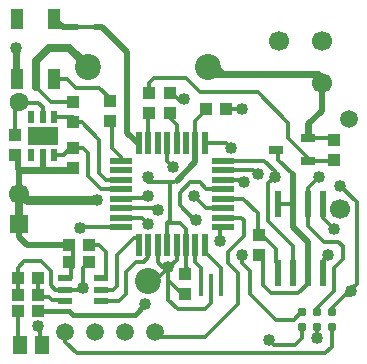
<source format=gtl>
G04 DipTrace 3.0.0.1*
G04 Limbus-modelD-rev02.GTL*
%MOMM*%
G04 #@! TF.FileFunction,Copper,L1,Top*
G04 #@! TF.Part,Single*
%AMOUTLINE0*
4,1,4,
-0.20031,0.89993,
0.19969,0.90007,
0.20031,-0.89993,
-0.19969,-0.90007,
-0.20031,0.89993,
0*%
G04 #@! TA.AperFunction,Conductor*
%ADD13C,0.33*%
%ADD14C,0.5*%
%ADD15C,0.7*%
%ADD16C,0.4*%
%ADD17C,0.6*%
%ADD18C,0.8*%
G04 #@! TA.AperFunction,ComponentPad*
%ADD21R,1.6X1.6*%
%ADD22C,1.7*%
%ADD23C,2.2*%
%ADD24R,1.0X1.1*%
%ADD26R,1.1X1.0*%
%ADD27R,1.3X1.5*%
%ADD28C,0.7874*%
G04 #@! TA.AperFunction,ComponentPad*
%ADD29C,1.5*%
%ADD30C,1.6*%
%ADD32R,1.25X0.65*%
%ADD35R,0.5X1.9*%
%ADD36R,1.9X0.5*%
%ADD38R,0.5X1.0*%
%ADD39R,2.5X1.6*%
%ADD42R,0.6X2.2*%
%ADD44R,1.3X0.6*%
%ADD45R,1.0X1.7*%
G04 #@! TA.AperFunction,ViaPad*
%ADD46C,1.016*%
%ADD93OUTLINE0*%
%FSLAX35Y35*%
G04*
G71*
G90*
G75*
G01*
G04 Top*
%LPD*%
X2254750Y2860127D2*
D13*
Y3109750D1*
X2260000Y3115000D1*
X2174750Y2860127D2*
D14*
X2164873D1*
X2075000Y2950000D1*
Y3630000D1*
X1865000Y3840000D1*
X1804940D1*
D13*
X1648590D1*
D14*
X1535000D1*
X1460000Y3915000D1*
X2024750Y2710127D2*
D13*
Y2742500D1*
X1945000Y2822250D1*
Y3045000D1*
X1930000D1*
X2024750Y2550127D2*
X1894623D1*
X1841373Y2603377D1*
Y2888627D1*
X1693363Y3036637D1*
X1619140D1*
X1460373Y3079624D2*
X1619140D1*
Y3036637D1*
Y2820953D2*
Y2809720D1*
X1587387D1*
X1539757Y2762090D1*
X1460373D1*
Y2757874D1*
X1619140Y2820953D2*
X1699047D1*
X1746123Y2773877D1*
Y2583877D1*
X1855000Y2475000D1*
X2019877D1*
X2024750Y2470127D1*
Y2150127D2*
X1685127D1*
X1675000Y2140000D1*
X1851753Y1620000D2*
X1960000D1*
X1990000Y1650000D1*
Y1915000D1*
X2130000Y2055000D1*
X2174750D1*
Y2000127D1*
X2254750D2*
Y1894750D1*
X2215000Y1855000D1*
X2155000D1*
X2065000Y1765000D1*
Y1585000D1*
X2005000Y1525000D1*
X1851753D1*
X2865000Y2030000D2*
Y2150127D1*
X2884750D1*
Y2230127D2*
X3039873D1*
X3065000Y2205000D1*
Y2075000D1*
X2930000Y1940000D1*
Y1845000D1*
X3015000Y1760000D1*
Y1500000D1*
X2735000Y1220000D1*
X2360000D1*
X2315000Y1265000D1*
X2884750Y2310127D2*
X2744873D1*
X2645000Y2410000D1*
X2884750Y2390127D2*
X3059873D1*
X3180000Y2270000D1*
Y2050000D1*
X3215000Y2085000D1*
X3340000Y1960000D1*
Y1851210D1*
X3349747Y1841463D1*
Y1762080D1*
X3195000Y2080000D2*
X3180000Y2050000D1*
X2884750Y2470127D2*
Y2475000D1*
X2745000D1*
X2690000Y2530000D1*
X2610000D1*
X2520000Y2440000D1*
Y2335000D1*
X2645000Y2210000D1*
X2660000D1*
X1325000Y1440000D2*
D16*
Y1435000D1*
X1585000D1*
X1615000Y1405000D1*
X2140000D1*
X2230000Y1495000D1*
X2024750Y2310127D2*
D13*
X2317013D1*
X2333740Y2293400D1*
X3065000Y2530000D2*
Y2550127D1*
X2884750D1*
X3180000Y2595000D2*
X3144873Y2630127D1*
X2884750D1*
X3730747Y2342080D2*
Y2229253D1*
X3825000Y2135000D1*
X3683170Y1301670D2*
Y1211830D1*
X3685000Y1210000D1*
X2884750Y2710127D2*
X3234873D1*
X3325000Y2620000D1*
Y2575000D1*
X3270363Y2520363D1*
Y2199637D1*
X3476760Y1993240D1*
Y1762093D1*
X3476747Y1762080D1*
X3810170Y1428670D2*
Y1460423D1*
X3921307Y1571560D1*
X4020000Y1670253D1*
Y2361960D1*
X3881960Y2500000D1*
X3880000D1*
X3970000Y1610000D2*
Y1571560D1*
X3921307D1*
X2734750Y2860127D2*
X2914873D1*
X2955000Y2820000D1*
X3603747Y2342080D2*
Y2478747D1*
X3700000Y2575000D1*
X3683170Y1428670D2*
Y1460437D1*
X3830000Y1607267D1*
Y1805000D1*
X3900000Y1875000D1*
Y1985000D1*
X3860000Y2025000D1*
X3740000D1*
X3603747Y2161253D1*
Y2342080D1*
X2024750Y2230127D2*
X2198777D1*
X2254133Y2174770D1*
X1150000Y1575000D2*
Y1715000D1*
Y1805000D1*
X1205000Y1860000D1*
X1350000D1*
X1430000Y1780000D1*
Y1655000D1*
X1465000Y1620000D1*
X1550000D1*
X2465000Y2660000D2*
X2414750Y2710250D1*
Y2860127D1*
X3730747Y1762080D2*
Y1865747D1*
X3780000Y1915000D1*
X1705000Y1635000D2*
Y1620000D1*
X1550000D1*
X1135000Y3665000D2*
D17*
Y3410000D1*
X1140000Y3405000D1*
X1127000Y2932123D2*
D13*
Y3155803D1*
X1158750Y3187553D1*
X1173093Y3201897D1*
X1322227D1*
X1360373Y3163750D1*
Y3079627D1*
X1705000Y1635000D2*
Y1805000D1*
X1755000Y1855000D1*
X2494750Y2000127D2*
Y1874750D1*
X2427500Y1807500D1*
X2350000Y1730000D1*
X2285300D1*
X2249300Y1694000D1*
X3556170Y1301670D2*
Y1211170D1*
X3500000Y1155000D1*
X3320000D1*
X3280000Y1195000D1*
X1158750Y3206627D2*
Y3187553D1*
X2425000Y1810000D2*
X2427500Y1807500D1*
X2565000Y1585000D2*
X2540000D1*
X2425000Y1700000D1*
Y1810000D1*
X2334750Y2000127D2*
Y1855250D1*
X2375000Y1815000D1*
X2420000D1*
X2425000Y1810000D1*
X2787500Y1660386D2*
Y1507500D1*
X2735000Y1455000D1*
X2505000D1*
X2425000Y1535000D1*
Y1700000D1*
X3050000Y3145000D2*
X2915000D1*
X2435000Y3285000D2*
X2455000D1*
X2520000Y3220000D1*
X2560000D1*
Y3230000D1*
X1355000Y1155000D2*
X1340000D1*
Y1295000D1*
X1325000Y1310000D1*
X2435000Y3115000D2*
Y3070000D1*
X2494750Y3010250D1*
Y2860127D1*
X2654750Y2000127D2*
Y1855247D1*
X2705000Y1804997D1*
Y1660357D1*
X2734750Y2000127D2*
Y1940250D1*
X2870000Y1805000D1*
Y1660414D1*
X1155000Y1440000D2*
Y1165000D1*
X1165000Y1155000D1*
X1755000Y1995000D2*
X1835000D1*
X1895000Y1935000D1*
Y1715000D1*
X1851753D1*
X3610000Y2710000D2*
X3820000D1*
X3830000Y2720000D1*
X2260000Y3285000D2*
Y3370000D1*
X2300000Y3410000D1*
X2575000D1*
X2695000Y3290000D1*
X3180000D1*
X3440000Y3030000D1*
Y2900000D1*
X3630000Y2710000D1*
X3610000D1*
X1930000Y3215000D2*
Y3240000D1*
X1840000Y3330000D1*
X1638937D1*
X1563937Y3405000D1*
X1460000D1*
X1320000Y1715000D2*
Y1575000D1*
X1550000Y1525000D2*
Y1530000D1*
X1440000D1*
X1415000Y1555000D1*
X1340000D1*
X1320000Y1575000D1*
X2248740Y2413403D2*
X2252727D1*
X2269130Y2397000D1*
X2031623D1*
X2024750Y2390127D1*
X3556170Y1428670D2*
X3548670D1*
X3485163Y1365163D1*
X3334837D1*
X3120000Y1580000D1*
Y1775000D1*
X3050000Y1845000D1*
Y1895000D1*
X3030000D1*
X3050000Y1915000D1*
X2255000Y2570000D2*
Y2535000D1*
X2461553D1*
X2498153Y2543153D1*
D14*
X2654750Y2699750D1*
Y2860127D1*
X1619140Y2650953D2*
D13*
Y2635077D1*
D17*
X1360373D1*
D14*
Y2757874D1*
X1127000Y2762123D2*
D16*
X1115000D1*
X2565000Y1755000D2*
D13*
X2590000D1*
Y1795000D1*
X2574750Y1810250D1*
Y2000127D1*
X1550000Y1715000D2*
X1600000D1*
Y1810000D1*
X1615000D1*
Y1995000D1*
X1585000D1*
X1158763Y2428873D2*
Y2411923D1*
Y2174873D2*
D15*
Y2428873D1*
X2757300Y3504100D2*
D17*
Y3445000D1*
X3695000D1*
X3725000Y3415000D1*
Y3365000D1*
X3610000Y2900000D2*
Y3020000D1*
D14*
X3725000Y3135000D1*
Y3365000D1*
X2757300Y3504100D2*
D13*
X2845900D1*
X2905000Y3445000D1*
X1741300Y3504100D2*
Y3513417D1*
D15*
X1587437Y3667280D1*
X1412793D1*
X1301623Y3556110D1*
Y3333627D1*
D13*
X1428623Y3206627D1*
X1603247D1*
X1619140Y3190733D1*
Y3206637D1*
X1550000Y1265000D2*
Y1180000D1*
X1650000Y1080000D1*
X3755000D1*
X3810170Y1135170D1*
Y1301670D1*
X1585000Y1855000D2*
X1600000D1*
Y1810000D1*
X2654750Y2860127D2*
X2651000D1*
Y3046000D1*
X2745000Y3140000D1*
Y3145000D1*
X2414750Y2000127D2*
Y2179750D1*
X2440000Y2205000D1*
Y2535000D1*
X2255000D1*
X2574750Y2000127D2*
Y2135500D1*
X2525250Y2185000D1*
X2414750D1*
Y2179750D1*
X1820000Y2375000D2*
D18*
X1230000D1*
X1176127Y2428873D1*
X1158763D1*
Y2174873D2*
D14*
Y2061237D1*
X1225000Y1995000D1*
X1585000D1*
X1158763Y2428873D2*
Y2635077D1*
D17*
X1360373D1*
X1158763D2*
D14*
Y2640080D1*
X1150000D1*
Y2739123D1*
X1127000Y2762123D1*
X3610000Y2900000D2*
D13*
X3820000D1*
X3830000Y2890000D1*
X3349747Y2342080D2*
X3476747D1*
D14*
Y2598253D1*
D13*
X3355000Y2720000D1*
Y2790000D1*
X3340000Y2805000D1*
X3603747Y1762080D2*
D14*
Y2021253D1*
X3476747Y2148253D1*
Y2342080D1*
X3195000Y1910000D2*
D13*
X3225000D1*
Y1655000D1*
X3292563Y1587437D1*
X3524390D1*
X3603747Y1666793D1*
Y1762080D1*
D46*
X3825000Y2135000D3*
X2425000Y1810000D3*
X3180000Y2595000D3*
X1675000Y2140000D3*
X2333740Y2293400D3*
X2254133Y2174770D3*
X3325000Y2575000D3*
X2248740Y2413403D3*
X2865000Y2030000D3*
X2645000Y2410000D3*
X3280000Y1195000D3*
X1705000Y1635000D3*
X1135000Y3665000D3*
X2955000Y2820000D3*
X3970000Y1610000D3*
X3780000Y1915000D3*
X3065000Y2530000D3*
X3700000Y2575000D3*
X2465000Y2660000D3*
X2255000Y2570000D3*
X3050000Y3145000D3*
X1820000Y2375000D3*
X1325000Y1310000D3*
X2560000Y3230000D3*
X2660000Y2210000D3*
X2230000Y1495000D3*
X3685000Y1210000D3*
X3050000Y1915000D3*
X3880000Y2500000D3*
D21*
X1158763Y2174873D3*
D22*
X3880543Y2301873D3*
X1158763Y2428873D3*
D23*
X2757300Y3504100D3*
X1741300D3*
X2249300Y1694000D3*
D24*
X2565000Y1755000D3*
Y1585000D3*
X2435000Y3285000D3*
Y3115000D3*
X1127000Y2762123D3*
Y2932123D3*
D26*
X1585000Y1855000D3*
X1755000D3*
X2915000Y3145000D3*
X2745000D3*
D27*
X1355000Y1155000D3*
X1165000D3*
D28*
X3810170Y1428670D3*
Y1301670D3*
X3683170Y1428670D3*
Y1301670D3*
X3556170Y1428670D3*
Y1301670D3*
D29*
X2060000Y1265000D3*
X1550000D3*
X1805000D3*
X2315000D3*
D30*
X1158750Y3206627D3*
D29*
X3952750Y3063750D3*
D32*
X3610000Y2710000D3*
Y2900000D3*
X3340000Y2805000D3*
D24*
X1619140Y2650953D3*
Y2820953D3*
Y3206637D3*
Y3036637D3*
D26*
X1755000Y1995000D3*
X1585000D3*
D24*
X2260000Y3285000D3*
Y3115000D3*
X3195000Y2080000D3*
Y1910000D3*
D26*
X1325000Y1440000D3*
X1155000D3*
D24*
X1930000Y3215000D3*
Y3045000D3*
X3830000Y2720000D3*
Y2890000D3*
D26*
X1150000Y1575000D3*
X1320000D3*
X1150000Y1715000D3*
X1320000D3*
D35*
X2174750Y2000127D3*
X2254750D3*
X2334750D3*
X2414750D3*
X2494750D3*
X2574750D3*
X2654750D3*
X2734750D3*
D36*
X2884750Y2150127D3*
Y2230127D3*
Y2310127D3*
Y2390127D3*
Y2470127D3*
Y2550127D3*
Y2630127D3*
Y2710127D3*
D35*
X2734750Y2860127D3*
X2654750D3*
X2574750D3*
X2494750D3*
X2414750D3*
X2334750D3*
X2254750D3*
X2174750D3*
D36*
X2024750Y2710127D3*
Y2630127D3*
Y2550127D3*
Y2470127D3*
Y2390127D3*
Y2310127D3*
Y2230127D3*
Y2150127D3*
D38*
X1460373Y3079624D3*
X1360373Y3079627D3*
X1260373Y3079624D3*
Y2757874D3*
X1360373D3*
X1460373D3*
D39*
X1360373Y2918751D3*
D42*
X3349747Y1762080D3*
X3476747D3*
X3603747D3*
X3730747D3*
Y2342080D3*
X3603747D3*
X3476747D3*
X3349747D3*
D22*
X3725000Y3365000D3*
Y3725000D3*
X3365000D3*
D44*
X1550000Y1715000D3*
Y1620000D3*
Y1525000D3*
X1851753D3*
Y1620000D3*
Y1715000D3*
D45*
X1460000Y3915000D3*
X1140000D3*
Y3405000D3*
X1460000D3*
D93*
X2870000Y1660414D3*
X2705000Y1660357D3*
X2787500Y1660386D3*
M02*

</source>
